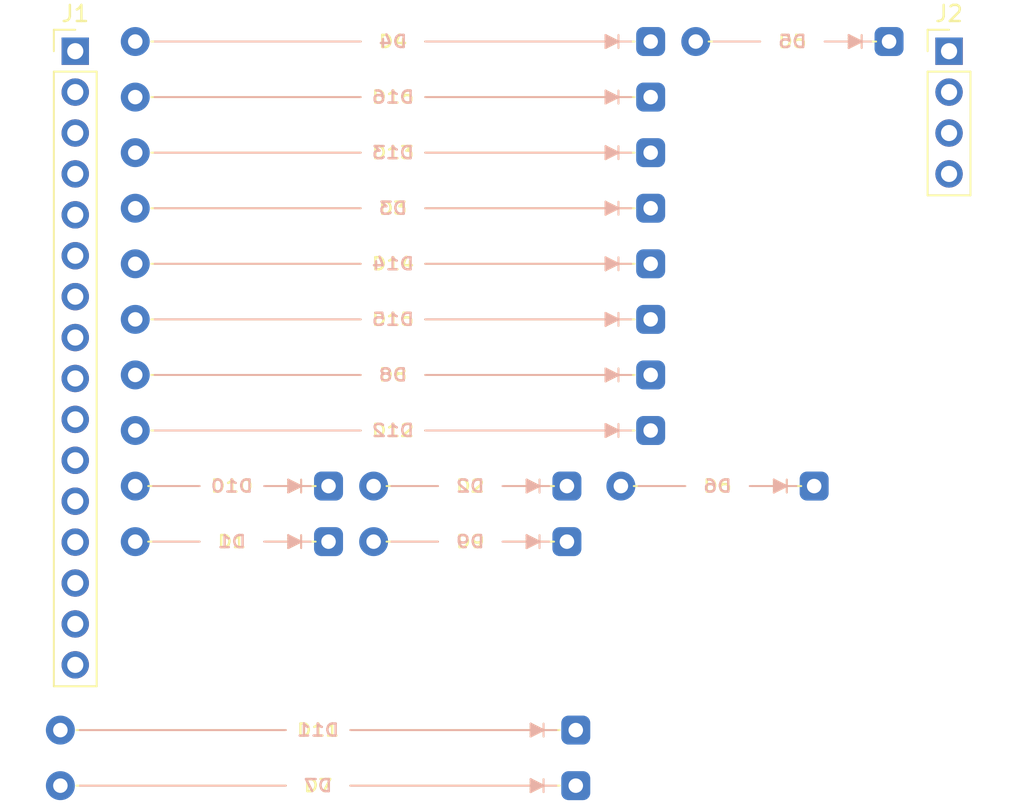
<source format=kicad_pcb>
(kicad_pcb (version 20211014) (generator pcbnew)
  (layers (0 "F.Cu" signal) (31 "B.Cu" signal) (34 "B.Paste" user) (35 "F.Paste" user) (36 "B.SilkS" user "B.Silkscreen") (37 "F.SilkS" user "F.Silkscreen") (38 "B.Mask" user) (39 "F.Mask" user) (44 "Edge.Cuts" user))
  (net 0 "")
  (net 1 "/K1")
  (net 2 "/A1")
  (net 3 "/K2")
  (net 4 "/A2")
  (net 5 "/K3")
  (net 6 "/A3")
  (net 7 "/K4")
  (net 8 "/A4")
  (net 9 "/K5")
  (net 10 "/A5")
  (net 11 "/K6")
  (net 12 "/A6")
  (net 13 "/K7")
  (net 14 "/A7")
  (net 15 "/K8")
  (net 16 "/A8")
  (net 17 "/K9")
  (net 18 "/A9")
  (net 19 "/K10")
  (net 20 "/A10")
  (net 21 "/K11")
  (net 22 "/A11")
  (net 23 "/K12")
  (net 24 "/A12")
  (net 25 "/K13")
  (net 26 "/A13")
  (net 27 "/K14")
  (net 28 "/A14")
  (net 29 "/K15")
  (net 30 "/A15")
  (net 31 "/K16")
  (net 32 "/A16")
  (footprint "_Numitrode:LED Filament 38mm" (layer "F.Cu") (at 119.35 107.7)
    (fp_text reference "D11" (at 0 0 unlocked) (layer "F.SilkS") (effects (font (size 0.75 0.9))))
    (fp_text value "LED" hide)
    (fp_text user "${REFERENCE}" (at 0 0 unlocked) (layer "B.SilkS") (effects (font (size 0.75 0.9)) (justify mirror)))
    (pad "1" thru_hole roundrect (at 16 0 90) (size 1.2 1.2) (drill 0.9) (layers *.Cu *.Mask) (net 21 "/K11"))
    (pad "1" smd roundrect (at 16 0 90) (size 1.8 1.8) (layers "B.Cu" "B.Mask") (net 21 "/K11"))
    (pad "2" smd circle (at -16 0 90) (size 1.8 1.8) (layers "B.Cu" "B.Mask") (net 22 "/A11"))
    (pad "2" thru_hole circle (at -16 0 90) (size 1.2 1.2) (drill 0.9) (layers *.Cu *.Mask) (net 22 "/A11"))
  )
  (footprint "_Numitrode:LED Filament 38mm" (layer "F.Cu") (at 124 85.65)
    (fp_text reference "D8" (at 0 0 unlocked) (layer "F.SilkS") (effects (font (size 0.75 0.9))))
    (fp_text value "LED" hide)
    (fp_text user "${REFERENCE}" (at 0 0 unlocked) (layer "B.SilkS") (effects (font (size 0.75 0.9)) (justify mirror)))
    (pad "1" smd roundrect (at 16 0 90) (size 1.8 1.8) (layers "B.Cu" "B.Mask") (net 15 "/K8"))
    (pad "1" thru_hole roundrect (at 16 0 90) (size 1.2 1.2) (drill 0.9) (layers *.Cu *.Mask) (net 15 "/K8"))
    (pad "2" thru_hole circle (at -16 0 90) (size 1.2 1.2) (drill 0.9) (layers *.Cu *.Mask) (net 16 "/A8"))
    (pad "2" smd circle (at -16 0 90) (size 1.8 1.8) (layers "B.Cu" "B.Mask") (net 16 "/A8"))
  )
  (footprint "_Numitrode:LED Filament 38mm" (layer "F.Cu") (at 124 64.95)
    (fp_text reference "D4" (at 0 0 unlocked) (layer "F.SilkS") (effects (font (size 0.75 0.9))))
    (fp_text value "LED" hide)
    (fp_text user "${REFERENCE}" (at 0 0 unlocked) (layer "B.SilkS") (effects (font (size 0.75 0.9)) (justify mirror)))
    (pad "1" thru_hole roundrect (at 16 0 90) (size 1.2 1.2) (drill 0.9) (layers *.Cu *.Mask) (net 7 "/K4"))
    (pad "1" smd roundrect (at 16 0 90) (size 1.8 1.8) (layers "B.Cu" "B.Mask") (net 7 "/K4"))
    (pad "2" smd circle (at -16 0 90) (size 1.8 1.8) (layers "B.Cu" "B.Mask") (net 8 "/A4"))
    (pad "2" thru_hole circle (at -16 0 90) (size 1.2 1.2) (drill 0.9) (layers *.Cu *.Mask) (net 8 "/A4"))
  )
  (footprint "_Numitrode:LED Filament 38mm" (layer "F.Cu") (at 124 78.75)
    (fp_text reference "D14" (at 0 0 unlocked) (layer "F.SilkS") (effects (font (size 0.75 0.9))))
    (fp_text value "LED" hide)
    (fp_text user "${REFERENCE}" (at 0 0 unlocked) (layer "B.SilkS") (effects (font (size 0.75 0.9)) (justify mirror)))
    (pad "1" thru_hole roundrect (at 16 0 90) (size 1.2 1.2) (drill 0.9) (layers *.Cu *.Mask) (net 27 "/K14"))
    (pad "1" smd roundrect (at 16 0 90) (size 1.8 1.8) (layers "B.Cu" "B.Mask") (net 27 "/K14"))
    (pad "2" smd circle (at -16 0 90) (size 1.8 1.8) (layers "B.Cu" "B.Mask") (net 28 "/A14"))
    (pad "2" thru_hole circle (at -16 0 90) (size 1.2 1.2) (drill 0.9) (layers *.Cu *.Mask) (net 28 "/A14"))
  )
  (footprint "_Numitrode:LED Filament 38mm" (layer "F.Cu") (at 124 71.85)
    (fp_text reference "D13" (at 0 0 unlocked) (layer "F.SilkS") (effects (font (size 0.75 0.9))))
    (fp_text value "LED" hide)
    (fp_text user "${REFERENCE}" (at 0 0 unlocked) (layer "B.SilkS") (effects (font (size 0.75 0.9)) (justify mirror)))
    (pad "1" smd roundrect (at 16 0 90) (size 1.8 1.8) (layers "B.Cu" "B.Mask") (net 25 "/K13"))
    (pad "1" thru_hole roundrect (at 16 0 90) (size 1.2 1.2) (drill 0.9) (layers *.Cu *.Mask) (net 25 "/K13"))
    (pad "2" thru_hole circle (at -16 0 90) (size 1.2 1.2) (drill 0.9) (layers *.Cu *.Mask) (net 26 "/A13"))
    (pad "2" smd circle (at -16 0 90) (size 1.8 1.8) (layers "B.Cu" "B.Mask") (net 26 "/A13"))
  )
  (footprint "_Numitrode:LED Filament 20mm" (layer "F.Cu") (at 128.8 96)
    (fp_text reference "D9" (at 0 0 unlocked) (layer "F.SilkS") (effects (font (size 0.75 0.9))))
    (fp_text value "LED" hide)
    (fp_text user "${REFERENCE}" (at 0 0 unlocked) (layer "B.SilkS") (effects (font (size 0.75 0.9)) (justify mirror)))
    (pad "1" thru_hole roundrect (at 6 0 90) (size 1.2 1.2) (drill 0.9) (layers *.Cu *.Mask) (net 17 "/K9"))
    (pad "1" smd roundrect (at 6 0 90) (size 1.8 1.8) (layers "B.Cu" "B.Mask") (net 17 "/K9"))
    (pad "2" smd circle (at -6 0 90) (size 1.8 1.8) (layers "B.Cu" "B.Mask") (net 18 "/A9"))
    (pad "2" thru_hole circle (at -6 0 90) (size 1.2 1.2) (drill 0.9) (layers *.Cu *.Mask) (net 18 "/A9"))
  )
  (footprint "_Numitrode:LED Filament 20mm" (layer "F.Cu") (at 114 96)
    (fp_text reference "D1" (at 0 0 unlocked) (layer "F.SilkS") (effects (font (size 0.75 0.9))))
    (fp_text value "LED" hide)
    (fp_text user "${REFERENCE}" (at 0 0 unlocked) (layer "B.SilkS") (effects (font (size 0.75 0.9)) (justify mirror)))
    (pad "1" smd roundrect (at 6 0 90) (size 1.8 1.8) (layers "B.Cu" "B.Mask") (net 1 "/K1"))
    (pad "1" thru_hole roundrect (at 6 0 90) (size 1.2 1.2) (drill 0.9) (layers *.Cu *.Mask) (net 1 "/K1"))
    (pad "2" thru_hole circle (at -6 0 90) (size 1.2 1.2) (drill 0.9) (layers *.Cu *.Mask) (net 2 "/A1"))
    (pad "2" smd circle (at -6 0 90) (size 1.8 1.8) (layers "B.Cu" "B.Mask") (net 2 "/A1"))
  )
  (footprint "Connector_PinHeader_2.54mm:PinHeader_1x04_P2.54mm_Vertical" (layer "F.Cu") (at 158.525 65.55)
    (fp_text reference "J2" (at 0 -2.33) (layer "F.SilkS"))
    (fp_text value "Conn_01x04")
    (pad "1" thru_hole rect locked (at 0 0) (size 1.7 1.7) (drill 1) (layers *.Cu *.Mask))
    (pad "2" thru_hole oval locked (at 0 2.54) (size 1.7 1.7) (drill 1) (layers *.Cu *.Mask))
    (pad "3" thru_hole oval locked (at 0 5.08) (size 1.7 1.7) (drill 1) (layers *.Cu *.Mask))
    (pad "4" thru_hole oval locked (at 0 7.62) (size 1.7 1.7) (drill 1) (layers *.Cu *.Mask))
  )
  (footprint "_Numitrode:LED Filament 38mm" (layer "F.Cu") (at 124 75.3)
    (fp_text reference "D3" (at 0 0 unlocked) (layer "F.SilkS") (effects (font (size 0.75 0.9))))
    (fp_text value "LED" hide)
    (fp_text user "${REFERENCE}" (at 0 0 unlocked) (layer "B.SilkS") (effects (font (size 0.75 0.9)) (justify mirror)))
    (pad "1" smd roundrect (at 16 0 90) (size 1.8 1.8) (layers "B.Cu" "B.Mask") (net 5 "/K3"))
    (pad "1" thru_hole roundrect (at 16 0 90) (size 1.2 1.2) (drill 0.9) (layers *.Cu *.Mask) (net 5 "/K3"))
    (pad "2" thru_hole circle (at -16 0 90) (size 1.2 1.2) (drill 0.9) (layers *.Cu *.Mask) (net 6 "/A3"))
    (pad "2" smd circle (at -16 0 90) (size 1.8 1.8) (layers "B.Cu" "B.Mask") (net 6 "/A3"))
  )
  (footprint "_Numitrode:LED Filament 20mm" (layer "F.Cu") (at 144.15 92.55)
    (fp_text reference "D6" (at 0 0 unlocked) (layer "F.SilkS") (effects (font (size 0.75 0.9))))
    (fp_text value "LED" hide)
    (fp_text user "${REFERENCE}" (at 0 0 unlocked) (layer "B.SilkS") (effects (font (size 0.75 0.9)) (justify mirror)))
    (pad "1" smd roundrect (at 6 0 90) (size 1.8 1.8) (layers "B.Cu" "B.Mask") (net 11 "/K6"))
    (pad "1" thru_hole roundrect (at 6 0 90) (size 1.2 1.2) (drill 0.9) (layers *.Cu *.Mask) (net 11 "/K6"))
    (pad "2" smd circle (at -6 0 90) (size 1.8 1.8) (layers "B.Cu" "B.Mask") (net 12 "/A6"))
    (pad "2" thru_hole circle (at -6 0 90) (size 1.2 1.2) (drill 0.9) (layers *.Cu *.Mask) (net 12 "/A6"))
  )
  (footprint "Connector_PinHeader_2.54mm:PinHeader_1x16_P2.54mm_Vertical" (layer "F.Cu") (at 104.275 65.55)
    (fp_text reference "J1" (at 0 -2.33) (layer "F.SilkS"))
    (fp_text value "Conn_01x16")
    (pad "1" thru_hole rect locked (at 0 0) (size 1.7 1.7) (drill 1) (layers *.Cu *.Mask))
    (pad "2" thru_hole oval locked (at 0 2.54) (size 1.7 1.7) (drill 1) (layers *.Cu *.Mask))
    (pad "3" thru_hole oval locked (at 0 5.08) (size 1.7 1.7) (drill 1) (layers *.Cu *.Mask))
    (pad "4" thru_hole oval locked (at 0 7.62) (size 1.7 1.7) (drill 1) (layers *.Cu *.Mask))
    (pad "5" thru_hole oval locked (at 0 10.16) (size 1.7 1.7) (drill 1) (layers *.Cu *.Mask))
    (pad "6" thru_hole oval locked (at 0 12.7) (size 1.7 1.7) (drill 1) (layers *.Cu *.Mask))
    (pad "7" thru_hole oval locked (at 0 15.24) (size 1.7 1.7) (drill 1) (layers *.Cu *.Mask))
    (pad "8" thru_hole oval locked (at 0 17.78) (size 1.7 1.7) (drill 1) (layers *.Cu *.Mask))
    (pad "9" thru_hole oval locked (at 0 20.32) (size 1.7 1.7) (drill 1) (layers *.Cu *.Mask))
    (pad "10" thru_hole oval locked (at 0 22.86) (size 1.7 1.7) (drill 1) (layers *.Cu *.Mask))
    (pad "11" thru_hole oval locked (at 0 25.4) (size 1.7 1.7) (drill 1) (layers *.Cu *.Mask))
    (pad "12" thru_hole oval locked (at 0 27.94) (size 1.7 1.7) (drill 1) (layers *.Cu *.Mask))
    (pad "13" thru_hole oval locked (at 0 30.48) (size 1.7 1.7) (drill 1) (layers *.Cu *.Mask))
    (pad "14" thru_hole oval locked (at 0 33.02) (size 1.7 1.7) (drill 1) (layers *.Cu *.Mask))
    (pad "15" thru_hole oval locked (at 0 35.56) (size 1.7 1.7) (drill 1) (layers *.Cu *.Mask))
    (pad "16" thru_hole oval locked (at 0 38.1) (size 1.7 1.7) (drill 1) (layers *.Cu *.Mask))
  )
  (footprint "_Numitrode:LED Filament 20mm" (layer "F.Cu") (at 114 92.55)
    (fp_text reference "D10" (at 0 0 unlocked) (layer "F.SilkS") (effects (font (size 0.75 0.9))))
    (fp_text value "LED" hide)
    (fp_text user "${REFERENCE}" (at 0 0 unlocked) (layer "B.SilkS") (effects (font (size 0.75 0.9)) (justify mirror)))
    (pad "1" thru_hole roundrect (at 6 0 90) (size 1.2 1.2) (drill 0.9) (layers *.Cu *.Mask) (net 19 "/K10"))
    (pad "1" smd roundrect (at 6 0 90) (size 1.8 1.8) (layers "B.Cu" "B.Mask") (net 19 "/K10"))
    (pad "2" smd circle (at -6 0 90) (size 1.8 1.8) (layers "B.Cu" "B.Mask") (net 20 "/A10"))
    (pad "2" thru_hole circle (at -6 0 90) (size 1.2 1.2) (drill 0.9) (layers *.Cu *.Mask) (net 20 "/A10"))
  )
  (footprint "_Numitrode:LED Filament 20mm" (layer "F.Cu") (at 148.8 64.95)
    (fp_text reference "D5" (at 0 0 unlocked) (layer "F.SilkS") (effects (font (size 0.75 0.9))))
    (fp_text value "LED" hide)
    (fp_text user "${REFERENCE}" (at 0 0 unlocked) (layer "B.SilkS") (effects (font (size 0.75 0.9)) (justify mirror)))
    (pad "1" smd roundrect (at 6 0 90) (size 1.8 1.8) (layers "B.Cu" "B.Mask") (net 9 "/K5"))
    (pad "1" thru_hole roundrect (at 6 0 90) (size 1.2 1.2) (drill 0.9) (layers *.Cu *.Mask) (net 9 "/K5"))
    (pad "2" thru_hole circle (at -6 0 90) (size 1.2 1.2) (drill 0.9) (layers *.Cu *.Mask) (net 10 "/A5"))
    (pad "2" smd circle (at -6 0 90) (size 1.8 1.8) (layers "B.Cu" "B.Mask") (net 10 "/A5"))
  )
  (footprint "_Numitrode:LED Filament 38mm" (layer "F.Cu") (at 124 89.1)
    (fp_text reference "D12" (at 0 0 unlocked) (layer "F.SilkS") (effects (font (size 0.75 0.9))))
    (fp_text value "LED" hide)
    (fp_text user "${REFERENCE}" (at 0 0 unlocked) (layer "B.SilkS") (effects (font (size 0.75 0.9)) (justify mirror)))
    (pad "1" smd roundrect (at 16 0 90) (size 1.8 1.8) (layers "B.Cu" "B.Mask") (net 23 "/K12"))
    (pad "1" thru_hole roundrect (at 16 0 90) (size 1.2 1.2) (drill 0.9) (layers *.Cu *.Mask) (net 23 "/K12"))
    (pad "2" thru_hole circle (at -16 0 90) (size 1.2 1.2) (drill 0.9) (layers *.Cu *.Mask) (net 24 "/A12"))
    (pad "2" smd circle (at -16 0 90) (size 1.8 1.8) (layers "B.Cu" "B.Mask") (net 24 "/A12"))
  )
  (footprint "_Numitrode:LED Filament 38mm" (layer "F.Cu") (at 119.35 111.15)
    (fp_text reference "D7" (at 0 0 unlocked) (layer "F.SilkS") (effects (font (size 0.75 0.9))))
    (fp_text value "LED" hide)
    (fp_text user "${REFERENCE}" (at 0 0 unlocked) (layer "B.SilkS") (effects (font (size 0.75 0.9)) (justify mirror)))
    (pad "1" thru_hole roundrect (at 16 0 90) (size 1.2 1.2) (drill 0.9) (layers *.Cu *.Mask) (net 13 "/K7"))
    (pad "1" smd roundrect (at 16 0 90) (size 1.8 1.8) (layers "B.Cu" "B.Mask") (net 13 "/K7"))
    (pad "2" thru_hole circle (at -16 0 90) (size 1.2 1.2) (drill 0.9) (layers *.Cu *.Mask) (net 14 "/A7"))
    (pad "2" smd circle (at -16 0 90) (size 1.8 1.8) (layers "B.Cu" "B.Mask") (net 14 "/A7"))
  )
  (footprint "_Numitrode:LED Filament 20mm" (layer "F.Cu") (at 128.8 92.55)
    (fp_text reference "D2" (at 0 0 unlocked) (layer "F.SilkS") (effects (font (size 0.75 0.9))))
    (fp_text value "LED" hide)
    (fp_text user "${REFERENCE}" (at 0 0 unlocked) (layer "B.SilkS") (effects (font (size 0.75 0.9)) (justify mirror)))
    (pad "1" smd roundrect (at 6 0 90) (size 1.8 1.8) (layers "B.Cu" "B.Mask") (net 3 "/K2"))
    (pad "1" thru_hole roundrect (at 6 0 90) (size 1.2 1.2) (drill 0.9) (layers *.Cu *.Mask) (net 3 "/K2"))
    (pad "2" thru_hole circle (at -6 0 90) (size 1.2 1.2) (drill 0.9) (layers *.Cu *.Mask) (net 4 "/A2"))
    (pad "2" smd circle (at -6 0 90) (size 1.8 1.8) (layers "B.Cu" "B.Mask") (net 4 "/A2"))
  )
  (footprint "_Numitrode:LED Filament 38mm" (layer "F.Cu") (at 124 82.2)
    (fp_text reference "D15" (at 0 0 unlocked) (layer "F.SilkS") (effects (font (size 0.75 0.9))))
    (fp_text value "LED" hide)
    (fp_text user "${REFERENCE}" (at 0 0 unlocked) (layer "B.SilkS") (effects (font (size 0.75 0.9)) (justify mirror)))
    (pad "1" thru_hole roundrect (at 16 0 90) (size 1.2 1.2) (drill 0.9) (layers *.Cu *.Mask) (net 29 "/K15"))
    (pad "1" smd roundrect (at 16 0 90) (size 1.8 1.8) (layers "B.Cu" "B.Mask") (net 29 "/K15"))
    (pad "2" thru_hole circle (at -16 0 90) (size 1.2 1.2) (drill 0.9) (layers *.Cu *.Mask) (net 30 "/A15"))
    (pad "2" smd circle (at -16 0 90) (size 1.8 1.8) (layers "B.Cu" "B.Mask") (net 30 "/A15"))
  )
  (footprint "_Numitrode:LED Filament 38mm" (layer "F.Cu") (at 124 68.4)
    (fp_text reference "D16" (at 0 0 unlocked) (layer "F.SilkS") (effects (font (size 0.75 0.9))))
    (fp_text value "LED" hide)
    (fp_text user "${REFERENCE}" (at 0 0 unlocked) (layer "B.SilkS") (effects (font (size 0.75 0.9)) (justify mirror)))
    (pad "1" thru_hole roundrect (at 16 0 90) (size 1.2 1.2) (drill 0.9) (layers *.Cu *.Mask) (net 31 "/K16"))
    (pad "1" smd roundrect (at 16 0 90) (size 1.8 1.8) (layers "B.Cu" "B.Mask") (net 31 "/K16"))
    (pad "2" smd circle (at -16 0 90) (size 1.8 1.8) (layers "B.Cu" "B.Mask") (net 32 "/A16"))
    (pad "2" thru_hole circle (at -16 0 90) (size 1.2 1.2) (drill 0.9) (layers *.Cu *.Mask) (net 32 "/A16"))
  )
)
</source>
